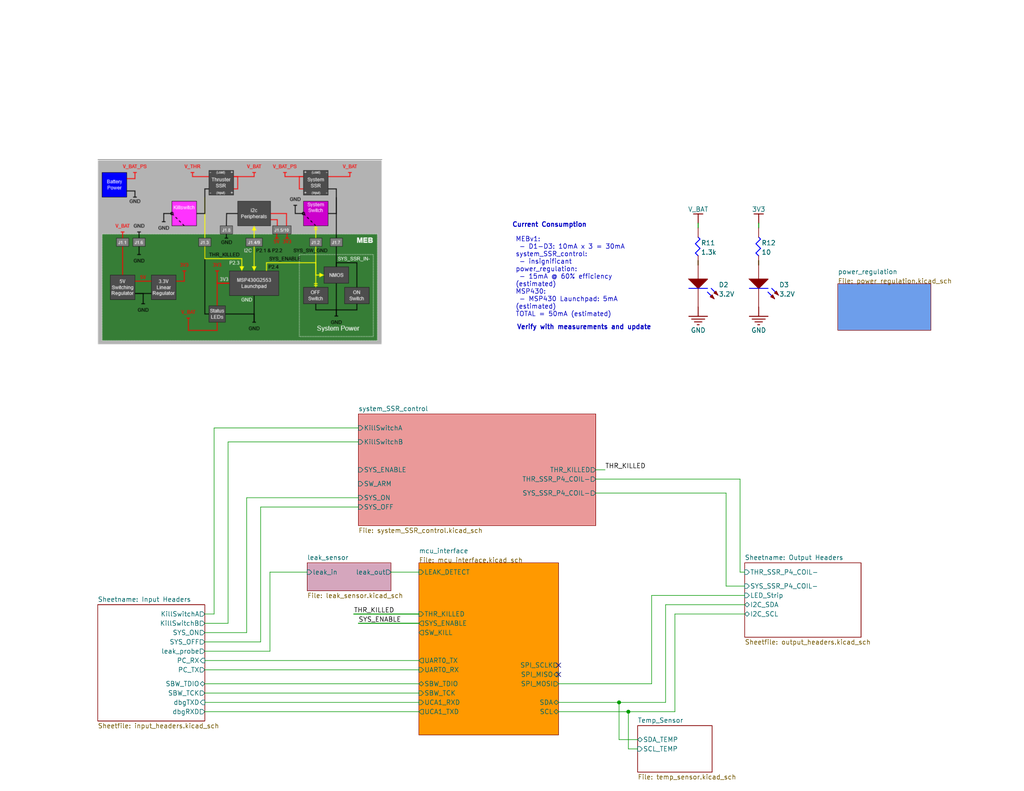
<source format=kicad_sch>
(kicad_sch (version 20230121) (generator eeschema)
  (paper "A")
  (lib_symbols
    (symbol "MEB-altium-import:3V3" (power)
      (property "Reference" "#PWR" (at 0 0 0))
      (property "Value" "3V3" (at 0 3.81 0))
      (symbol "3V3_0_0"
        (polyline (pts (xy -1.27 -2.54) (xy 1.27 -2.54)) (stroke (width 0.254)))
        (polyline (pts (xy 0 0) (xy 0 -2.54)) (stroke (width 0.254)))
        (pin power_in line (at 0 0 0) (length 0) hide (name "3V3") (number ""))
      )
    )
    (symbol "MEB-altium-import:GND" (power)
      (property "Reference" "#PWR" (at 0 0 0))
      (property "Value" "GND" (at 0 6.35 0))
      (symbol "GND_0_0"
        (polyline (pts (xy -2.54 -2.54) (xy 2.54 -2.54)) (stroke (width 0.254)))
        (polyline (pts (xy -1.778 -3.302) (xy 1.778 -3.302)) (stroke (width 0.254)))
        (polyline (pts (xy -1.016 -4.064) (xy 1.016 -4.064)) (stroke (width 0.254)))
        (polyline (pts (xy -0.254 -4.826) (xy 0.254 -4.826)) (stroke (width 0.254)))
        (polyline (pts (xy 0 0) (xy 0 -2.54)) (stroke (width 0.254)))
        (pin power_in line (at 0 0 0) (length 0) hide (name "GND") (number ""))
      )
    )
    (symbol "MEB-altium-import:V_BAT" (power)
      (property "Reference" "#PWR" (at 0 0 0))
      (property "Value" "V_BAT" (at 0 3.81 0))
      (symbol "V_BAT_0_0"
        (polyline (pts (xy -1.27 -2.54) (xy 1.27 -2.54)) (stroke (width 0.254)))
        (polyline (pts (xy 0 0) (xy 0 -2.54)) (stroke (width 0.254)))
        (pin power_in line (at 0 0 0) (length 0) hide (name "V_BAT") (number ""))
      )
    )
    (symbol "MEB-altium-import:root_1_ERJ-6ENF10R0V"
      (symbol "root_1_ERJ-6ENF10R0V_1_0"
        (polyline (pts (xy -0.762 -1.778) (xy 0 -2.54)) (stroke (width 0.254) (color 0 0 255 1)))
        (polyline (pts (xy -0.762 -1.778) (xy 0.508 -0.508) (xy -0.762 0.762) (xy 0.508 2.032) (xy 0 2.54)) (stroke (width 0.254) (color 0 0 255 1)))
        (pin passive line (at 0 -5.08 90) (length 2.54) (name "1") (number "1"))
        (pin passive line (at 0 5.08 270) (length 2.54) (name "2") (number "2"))
      )
    )
    (symbol "MEB-altium-import:root_1_ERJ-6GEYJ132V"
      (symbol "root_1_ERJ-6GEYJ132V_1_0"
        (polyline (pts (xy -0.762 -1.778) (xy 0 -2.54)) (stroke (width 0.254) (color 0 0 255 1)))
        (polyline (pts (xy -0.762 -1.778) (xy 0.508 -0.508) (xy -0.762 0.762) (xy 0.508 2.032) (xy 0 2.54)) (stroke (width 0.254) (color 0 0 255 1)))
        (pin passive line (at 0 -5.08 90) (length 2.54) (name "1") (number "1"))
        (pin passive line (at 0 5.08 270) (length 2.54) (name "2") (number "2"))
      )
    )
    (symbol "MEB-altium-import:root_3_WE-LED_K1A2-2"
      (symbol "root_3_WE-LED_K1A2-2_1_0"
        (polyline (pts (xy 2.54 -3.556) (xy 4.318 -5.334)) (stroke (width 0.254) (color 0 0 255 1)))
        (polyline (pts (xy 2.54 -2.54) (xy -2.54 -2.54)) (stroke (width 0.254) (color 0 0 255 1)))
        (polyline (pts (xy 3.556 -2.54) (xy 5.334 -4.318)) (stroke (width 0.254) (color 0 0 255 1)))
        (polyline (pts (xy -2.54 0) (xy 0 -2.54) (xy 2.54 0) (xy -2.54 0)) (stroke (width 0.254)) (fill (type outline)))
        (polyline (pts (xy 4.318 -5.334) (xy 3.81 -4.318) (xy 3.302 -4.826) (xy 4.318 -5.334)) (stroke (width 0.254)) (fill (type outline)))
        (polyline (pts (xy 5.334 -4.318) (xy 4.826 -3.302) (xy 4.318 -3.81) (xy 5.334 -4.318)) (stroke (width 0.254)) (fill (type outline)))
        (pin passive line (at 0 -7.62 90) (length 5.08) (name "K") (number "1"))
        (pin passive line (at 0 5.08 270) (length 5.08) (name "A") (number "2"))
      )
    )
  )
  (junction (at 168.91 191.77))
  (junction (at 171.45 194.31))
  (no_connect (at 152.4 184.15))
  (no_connect (at 152.4 181.61))
  (wire (pts (xy 67.31 135.89) (xy 97.79 135.89)))
  (wire (pts (xy 168.91 191.77) (xy 152.4 191.77)))
  (wire (pts (xy 55.88 170.18) (xy 62.23 170.18)))
  (wire (pts (xy 55.88 194.31) (xy 114.3 194.31)))
  (wire (pts (xy 162.56 130.81) (xy 201.93 130.81)))
  (wire (pts (xy 207.01 72.39) (xy 207.01 71.12)) (stroke (width 0.254)))
  (wire (pts (xy 55.88 186.69) (xy 114.3 186.69)))
  (wire (pts (xy 203.2 162.56) (xy 177.8 162.56)))
  (wire (pts (xy 55.88 180.34) (xy 114.3 180.34)))
  (wire (pts (xy 106.68 156.21) (xy 114.3 156.21)))
  (wire (pts (xy 203.2 165.1) (xy 181.61 165.1)))
  (wire (pts (xy 71.12 175.26) (xy 71.12 138.43)))
  (wire (pts (xy 55.88 177.8) (xy 73.66 177.8)))
  (wire (pts (xy 58.42 116.84) (xy 97.79 116.84)))
  (wire (pts (xy 73.66 177.8) (xy 73.66 156.21)))
  (wire (pts (xy 171.45 204.47) (xy 171.45 194.31)))
  (wire (pts (xy 201.93 156.21) (xy 203.2 156.21)))
  (wire (pts (xy 207.01 60.96) (xy 207.01 62.23)) (stroke (width 0.254)))
  (wire (pts (xy 55.88 182.88) (xy 114.3 182.88)))
  (wire (pts (xy 198.12 134.62) (xy 198.12 160.02)))
  (wire (pts (xy 55.88 191.77) (xy 114.3 191.77)))
  (wire (pts (xy 62.23 170.18) (xy 62.23 120.65)))
  (wire (pts (xy 152.4 186.69) (xy 177.8 186.69)))
  (wire (pts (xy 203.2 167.64) (xy 184.15 167.64)))
  (wire (pts (xy 184.15 194.31) (xy 171.45 194.31)))
  (wire (pts (xy 152.4 194.31) (xy 171.45 194.31)))
  (wire (pts (xy 173.99 204.47) (xy 171.45 204.47)))
  (wire (pts (xy 58.42 167.64) (xy 58.42 116.84)))
  (wire (pts (xy 62.23 120.65) (xy 97.79 120.65)))
  (wire (pts (xy 173.99 201.93) (xy 168.91 201.93)))
  (wire (pts (xy 201.93 130.81) (xy 201.93 156.21)))
  (wire (pts (xy 97.79 170.18) (xy 114.3 170.18)) (stroke (width 0.254)))
  (wire (pts (xy 168.91 201.93) (xy 168.91 191.77)))
  (wire (pts (xy 198.12 160.02) (xy 203.2 160.02)))
  (wire (pts (xy 190.5 72.39) (xy 190.5 71.12)) (stroke (width 0.254)))
  (wire (pts (xy 181.61 165.1) (xy 181.61 191.77)))
  (wire (pts (xy 162.56 128.27) (xy 165.1 128.27)))
  (wire (pts (xy 181.61 191.77) (xy 168.91 191.77)))
  (wire (pts (xy 162.56 134.62) (xy 198.12 134.62)))
  (wire (pts (xy 71.12 138.43) (xy 97.79 138.43)))
  (wire (pts (xy 177.8 162.56) (xy 177.8 186.69)))
  (wire (pts (xy 96.52 167.64) (xy 114.3 167.64)) (stroke (width 0.254)))
  (wire (pts (xy 190.5 60.96) (xy 190.5 62.23)) (stroke (width 0.254)))
  (wire (pts (xy 55.88 189.23) (xy 114.3 189.23)))
  (wire (pts (xy 55.88 167.64) (xy 58.42 167.64)))
  (wire (pts (xy 73.66 156.21) (xy 83.82 156.21)))
  (wire (pts (xy 55.88 175.26) (xy 71.12 175.26)))
  (wire (pts (xy 184.15 167.64) (xy 184.15 194.31)))
  (wire (pts (xy 67.31 172.72) (xy 67.31 135.89)))
  (wire (pts (xy 55.88 172.72) (xy 67.31 172.72)))
  (image (at 65.4735 68.722) (scale 1.20291))
  (text_box "MEBv1:\n - D1-D3: 10mA x 3 = 30mA\nsystem_SSR_control:\n - insignificant\npower_regulation: \n - 15mA @ 60% efficiency (estimated)\nMSP430: \n - MSP430 Launchpad: 5mA (estimated)\nTOTAL = 50mA (estimated)" (at 179.07 63.5 0) (size -39.37 25.4) (stroke (width -0.0001) (color 0 0 0 1)) (fill (type color) (color 255 255 255 1)) (effects (font (size 1.27 1.27)) (justify left top)))
  (text "Verify with measurements and update" (at 140.97 90.17 0) (effects (font (size 1.27 1.27) bold) (justify left bottom)))
  (text "Current Consumption" (at 139.7 62.23 0) (effects (font (size 1.27 1.27) bold) (justify left bottom)))
  (label "THR_KILLED" (at 165.1 128.27 0))
  (label "SYS_ENABLE" (at 97.79 170.18 0))
  (label "THR_KILLED" (at 96.52 167.64 0))
  (symbol (lib_id "MEB-altium-import:root_1_ERJ-6ENF10R0V") (at 207.01 67.31 0) (unit 1)
    (property "Reference" "R12" (at 207.772 67.056 0) (effects (justify left bottom)))
    (property "Value" "10" (at 207.772 69.596 0) (effects (justify left bottom)))
    (property "Footprint" "AltiumImport:SMD-0805-RES" (effects hide))
    (property "Part Number" "RC0805FR-0710RL" (effects hide))
  )
  (symbol (lib_id "MEB-altium-import:GND") (at 190.5 83.82 0) (unit 1)
    (property "Reference" "#PWR0103" (effects hide))
    (property "Value" "GND" (at 190.5 90.17 0))
  )
  (symbol (lib_id "MEB-altium-import:GND") (at 207.01 83.82 0) (unit 1)
    (property "Reference" "#PWR0101" (effects hide))
    (property "Value" "GND" (at 207.01 90.17 0))
  )
  (symbol (lib_id "MEB-altium-import:root_3_WE-LED_K1A2-2") (at 207.01 76.2 0) (unit 1)
    (property "Reference" "D3" (at 212.598 78.486 0) (effects (justify left bottom)))
    (property "Value" "3.2V" (at 212.598 81.026 0) (effects (justify left bottom)))
    (property "Footprint" "AltiumImport:0805_A" (effects hide))
    (property "Part Number" "150080GS75000" (effects hide))
  )
  (symbol (lib_id "MEB-altium-import:root_1_ERJ-6GEYJ132V") (at 190.5 67.31 0) (unit 1)
    (property "Reference" "R11" (at 191.262 67.056 0) (effects (justify left bottom)))
    (property "Value" "1.3k" (at 191.262 69.596 0) (effects (justify left bottom)))
    (property "Footprint" "AltiumImport:SMD-0805-RES" (effects hide))
    (property "Part Number" "RK73B2ATTD132J" (effects hide))
  )
  (symbol (lib_id "MEB-altium-import:3V3") (at 207.01 60.96 180) (unit 1)
    (property "Reference" "#PWR0102" (effects hide))
    (property "Value" "3V3" (at 207.01 57.15 0))
  )
  (symbol (lib_id "MEB-altium-import:root_3_WE-LED_K1A2-2") (at 190.5 76.2 0) (unit 1)
    (property "Reference" "D2" (at 196.088 78.486 0) (effects (justify left bottom)))
    (property "Value" "3.2V" (at 196.088 81.026 0) (effects (justify left bottom)))
    (property "Footprint" "AltiumImport:0805_A" (effects hide))
    (property "Part Number" "150080BS75000" (effects hide))
  )
  (symbol (lib_id "MEB-altium-import:V_BAT") (at 190.5 60.96 180) (unit 1)
    (property "Reference" "#PWR0104" (effects hide))
    (property "Value" "V_BAT" (at 190.5 57.15 0))
  )
  (sheet (at 83.82 153.67) (size 22.86 7.62) (stroke (width 0) (color 128 0 0 1)) (fill (color 213 166 189 1.0000))
    (property "Sheetname" "leak_sensor" (at 83.82 152.9584 0) (effects (justify left bottom)))
    (property "Sheetfile" "leak_sensor.kicad_sch" (at 83.82 161.8746 0) (effects (justify left top)))
    (pin "leak_out" output (at 106.68 156.21 0))
    (pin "leak_in" input (at 83.82 156.21 180))
  )
  (sheet (at 203.2 153.67) (size 31.75 20.32) (stroke (width 0.1524))
    (property "Sheetname" "Output Headers" (at 203.2 152.9584 0) (show_name) (effects (justify left bottom)))
    (property "Sheetfile" "output_headers.kicad_sch" (at 203.2 174.5746 0) (show_name) (effects (justify left top)))
    (pin "THR_SSR_P4_COIL-" input (at 203.2 156.21 180))
    (pin "SYS_SSR_P4_COIL-" input (at 203.2 160.02 180))
    (pin "I2C_SCL" bidirectional (at 203.2 167.64 180))
    (pin "I2C_SDA" bidirectional (at 203.2 165.1 180))
    (pin "LED_Strip" input (at 203.2 162.56 180))
  )
  (sheet (at 114.3 153.67) (size 38.1 46.99) (stroke (width 0) (color 128 0 0 1)) (fill (color 255 153 0 1.0000))
    (property "Sheetname" "mcu_interface" (at 114.3 151.13 0) (effects (justify left bottom)))
    (property "Sheetfile" "mcu_interface.kicad_sch" (at 114.3 153.67 0) (effects (justify left bottom)))
    (pin "SCL" bidirectional (at 152.4 194.31 0))
    (pin "SYS_ENABLE" output (at 114.3 170.18 180))
    (pin "SDA" bidirectional (at 152.4 191.77 0))
    (pin "THR_KILLED" input (at 114.3 167.64 180))
    (pin "UART0_TX" output (at 114.3 180.34 180))
    (pin "UART0_RX" input (at 114.3 182.88 180))
    (pin "SW_KILL" output (at 114.3 172.72 180))
    (pin "LEAK_DETECT" input (at 114.3 156.21 180))
    (pin "UCA1_RXD" input (at 114.3 191.77 180))
    (pin "SBW_TDIO" bidirectional (at 114.3 186.69 180))
    (pin "SBW_TCK" input (at 114.3 189.23 180))
    (pin "SPI_MISO" input (at 152.4 184.15 0))
    (pin "SPI_SCLK" output (at 152.4 181.61 0))
    (pin "UCA1_TXD" output (at 114.3 194.31 180))
    (pin "SPI_MOSI" output (at 152.4 186.69 0))
  )
  (sheet (at 26.67 165.1) (size 29.21 31.75) (stroke (width 0.1524))
    (property "Sheetname" "Input Headers" (at 26.67 164.3884 0) (show_name) (effects (justify left bottom)))
    (property "Sheetfile" "input_headers.kicad_sch" (at 26.67 197.4346 0) (show_name) (effects (justify left top)))
    (pin "leak_probe" output (at 55.88 177.8 0))
    (pin "KillSwitchA" output (at 55.88 167.64 0))
    (pin "KillSwitchB" output (at 55.88 170.18 0))
    (pin "SYS_ON" output (at 55.88 172.72 0))
    (pin "SYS_OFF" output (at 55.88 175.26 0))
    (pin "PC_TX" output (at 55.88 182.88 0))
    (pin "PC_RX" input (at 55.88 180.34 0))
    (pin "SBW_TCK" output (at 55.88 189.23 0))
    (pin "dbgTXD" input (at 55.88 191.77 0))
    (pin "SBW_TDIO" bidirectional (at 55.88 186.69 0))
    (pin "dbgRXD" output (at 55.88 194.31 0))
  )
  (sheet (at 228.6 77.47) (size 25.4 12.7) (stroke (width 0) (color 128 0 0 1)) (fill (color 109 158 235 1.0000))
    (property "Sheetname" "power_regulation" (at 228.6 74.93 0) (effects (justify left bottom)))
    (property "Sheetfile" "power_regulation.kicad_sch" (at 228.6 77.47 0) (effects (justify left bottom)))
  )
  (sheet (at 97.79 113.03) (size 64.77 30.48) (stroke (width 0) (color 128 0 0 1)) (fill (color 234 153 153 1.0000))
    (property "Sheetname" "system_SSR_control" (at 97.79 112.3184 0) (effects (justify left bottom)))
    (property "Sheetfile" "system_SSR_control.kicad_sch" (at 97.79 144.0946 0) (effects (justify left top)))
    (pin "SYS_ENABLE" input (at 97.79 128.27 180))
    (pin "THR_KILLED" output (at 162.56 128.27 0))
    (pin "THR_SSR_P4_COIL-" output (at 162.56 130.81 0))
    (pin "SW_ARM" input (at 97.79 132.08 180))
    (pin "SYS_SSR_P4_COIL-" output (at 162.56 134.62 0))
    (pin "KillSwitchA" input (at 97.79 116.84 180))
    (pin "KillSwitchB" input (at 97.79 120.65 180))
    (pin "SYS_OFF" input (at 97.79 138.43 180))
    (pin "SYS_ON" input (at 97.79 135.89 180))
  )
  (sheet (at 173.99 198.12) (size 20.32 12.7) (stroke (width 0.1524))
    (property "Sheetname" "Temp_Sensor" (at 173.99 197.4084 0) (effects (justify left bottom)))
    (property "Sheetfile" "temp_sensor.kicad_sch" (at 173.99 211.4046 0) (effects (justify left top)))
    (pin "SDA_TEMP" bidirectional (at 173.99 201.93 180))
    (pin "SCL_TEMP" input (at 173.99 204.47 180))
  )
)
</source>
